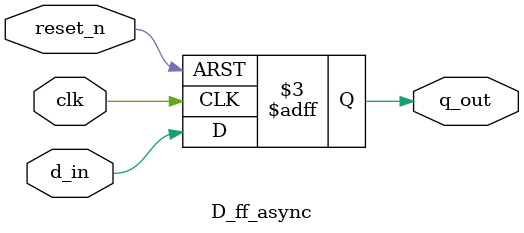
<source format=v>
`timescale 1ns / 1ps


module D_ff_async(
    input d_in,
    input clk,
    input reset_n,
    output reg q_out
    );
    
always@(posedge clk, negedge reset_n)
begin
    if(!reset_n)
        q_out <= 'b0;
    else    
        q_out <= d_in;
end

endmodule

</source>
